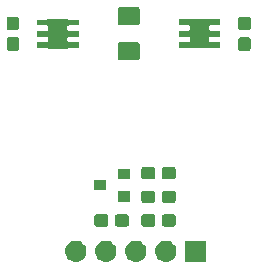
<source format=gbr>
G04 #@! TF.GenerationSoftware,KiCad,Pcbnew,(5.1.0-0)*
G04 #@! TF.CreationDate,2020-01-05T16:35:47-08:00*
G04 #@! TF.ProjectId,sapflow_gauge,73617066-6c6f-4775-9f67-617567652e6b,rev?*
G04 #@! TF.SameCoordinates,Original*
G04 #@! TF.FileFunction,Soldermask,Top*
G04 #@! TF.FilePolarity,Negative*
%FSLAX46Y46*%
G04 Gerber Fmt 4.6, Leading zero omitted, Abs format (unit mm)*
G04 Created by KiCad (PCBNEW (5.1.0-0)) date 2020-01-05 16:35:47*
%MOMM*%
%LPD*%
G04 APERTURE LIST*
%ADD10C,0.100000*%
G04 APERTURE END LIST*
D10*
G36*
X126581000Y-127326001D02*
G01*
X124779000Y-127326001D01*
X124779000Y-125524001D01*
X126581000Y-125524001D01*
X126581000Y-127326001D01*
X126581000Y-127326001D01*
G37*
G36*
X123250443Y-125530520D02*
G01*
X123316627Y-125537038D01*
X123486466Y-125588558D01*
X123642991Y-125672223D01*
X123678729Y-125701553D01*
X123780186Y-125784815D01*
X123863448Y-125886272D01*
X123892778Y-125922010D01*
X123976443Y-126078535D01*
X124027963Y-126248374D01*
X124045359Y-126425001D01*
X124027963Y-126601628D01*
X123976443Y-126771467D01*
X123892778Y-126927992D01*
X123863448Y-126963730D01*
X123780186Y-127065187D01*
X123678729Y-127148449D01*
X123642991Y-127177779D01*
X123486466Y-127261444D01*
X123316627Y-127312964D01*
X123250443Y-127319482D01*
X123184260Y-127326001D01*
X123095740Y-127326001D01*
X123029557Y-127319482D01*
X122963373Y-127312964D01*
X122793534Y-127261444D01*
X122637009Y-127177779D01*
X122601271Y-127148449D01*
X122499814Y-127065187D01*
X122416552Y-126963730D01*
X122387222Y-126927992D01*
X122303557Y-126771467D01*
X122252037Y-126601628D01*
X122234641Y-126425001D01*
X122252037Y-126248374D01*
X122303557Y-126078535D01*
X122387222Y-125922010D01*
X122416552Y-125886272D01*
X122499814Y-125784815D01*
X122601271Y-125701553D01*
X122637009Y-125672223D01*
X122793534Y-125588558D01*
X122963373Y-125537038D01*
X123029557Y-125530520D01*
X123095740Y-125524001D01*
X123184260Y-125524001D01*
X123250443Y-125530520D01*
X123250443Y-125530520D01*
G37*
G36*
X120710443Y-125530520D02*
G01*
X120776627Y-125537038D01*
X120946466Y-125588558D01*
X121102991Y-125672223D01*
X121138729Y-125701553D01*
X121240186Y-125784815D01*
X121323448Y-125886272D01*
X121352778Y-125922010D01*
X121436443Y-126078535D01*
X121487963Y-126248374D01*
X121505359Y-126425001D01*
X121487963Y-126601628D01*
X121436443Y-126771467D01*
X121352778Y-126927992D01*
X121323448Y-126963730D01*
X121240186Y-127065187D01*
X121138729Y-127148449D01*
X121102991Y-127177779D01*
X120946466Y-127261444D01*
X120776627Y-127312964D01*
X120710443Y-127319482D01*
X120644260Y-127326001D01*
X120555740Y-127326001D01*
X120489557Y-127319482D01*
X120423373Y-127312964D01*
X120253534Y-127261444D01*
X120097009Y-127177779D01*
X120061271Y-127148449D01*
X119959814Y-127065187D01*
X119876552Y-126963730D01*
X119847222Y-126927992D01*
X119763557Y-126771467D01*
X119712037Y-126601628D01*
X119694641Y-126425001D01*
X119712037Y-126248374D01*
X119763557Y-126078535D01*
X119847222Y-125922010D01*
X119876552Y-125886272D01*
X119959814Y-125784815D01*
X120061271Y-125701553D01*
X120097009Y-125672223D01*
X120253534Y-125588558D01*
X120423373Y-125537038D01*
X120489557Y-125530520D01*
X120555740Y-125524001D01*
X120644260Y-125524001D01*
X120710443Y-125530520D01*
X120710443Y-125530520D01*
G37*
G36*
X118170443Y-125530520D02*
G01*
X118236627Y-125537038D01*
X118406466Y-125588558D01*
X118562991Y-125672223D01*
X118598729Y-125701553D01*
X118700186Y-125784815D01*
X118783448Y-125886272D01*
X118812778Y-125922010D01*
X118896443Y-126078535D01*
X118947963Y-126248374D01*
X118965359Y-126425001D01*
X118947963Y-126601628D01*
X118896443Y-126771467D01*
X118812778Y-126927992D01*
X118783448Y-126963730D01*
X118700186Y-127065187D01*
X118598729Y-127148449D01*
X118562991Y-127177779D01*
X118406466Y-127261444D01*
X118236627Y-127312964D01*
X118170443Y-127319482D01*
X118104260Y-127326001D01*
X118015740Y-127326001D01*
X117949557Y-127319482D01*
X117883373Y-127312964D01*
X117713534Y-127261444D01*
X117557009Y-127177779D01*
X117521271Y-127148449D01*
X117419814Y-127065187D01*
X117336552Y-126963730D01*
X117307222Y-126927992D01*
X117223557Y-126771467D01*
X117172037Y-126601628D01*
X117154641Y-126425001D01*
X117172037Y-126248374D01*
X117223557Y-126078535D01*
X117307222Y-125922010D01*
X117336552Y-125886272D01*
X117419814Y-125784815D01*
X117521271Y-125701553D01*
X117557009Y-125672223D01*
X117713534Y-125588558D01*
X117883373Y-125537038D01*
X117949557Y-125530520D01*
X118015740Y-125524001D01*
X118104260Y-125524001D01*
X118170443Y-125530520D01*
X118170443Y-125530520D01*
G37*
G36*
X115630443Y-125530520D02*
G01*
X115696627Y-125537038D01*
X115866466Y-125588558D01*
X116022991Y-125672223D01*
X116058729Y-125701553D01*
X116160186Y-125784815D01*
X116243448Y-125886272D01*
X116272778Y-125922010D01*
X116356443Y-126078535D01*
X116407963Y-126248374D01*
X116425359Y-126425001D01*
X116407963Y-126601628D01*
X116356443Y-126771467D01*
X116272778Y-126927992D01*
X116243448Y-126963730D01*
X116160186Y-127065187D01*
X116058729Y-127148449D01*
X116022991Y-127177779D01*
X115866466Y-127261444D01*
X115696627Y-127312964D01*
X115630443Y-127319482D01*
X115564260Y-127326001D01*
X115475740Y-127326001D01*
X115409557Y-127319482D01*
X115343373Y-127312964D01*
X115173534Y-127261444D01*
X115017009Y-127177779D01*
X114981271Y-127148449D01*
X114879814Y-127065187D01*
X114796552Y-126963730D01*
X114767222Y-126927992D01*
X114683557Y-126771467D01*
X114632037Y-126601628D01*
X114614641Y-126425001D01*
X114632037Y-126248374D01*
X114683557Y-126078535D01*
X114767222Y-125922010D01*
X114796552Y-125886272D01*
X114879814Y-125784815D01*
X114981271Y-125701553D01*
X115017009Y-125672223D01*
X115173534Y-125588558D01*
X115343373Y-125537038D01*
X115409557Y-125530520D01*
X115475740Y-125524001D01*
X115564260Y-125524001D01*
X115630443Y-125530520D01*
X115630443Y-125530520D01*
G37*
G36*
X119839499Y-123278445D02*
G01*
X119876995Y-123289820D01*
X119911554Y-123308292D01*
X119941847Y-123333153D01*
X119966708Y-123363446D01*
X119985180Y-123398005D01*
X119996555Y-123435501D01*
X120001000Y-123480638D01*
X120001000Y-124119362D01*
X119996555Y-124164499D01*
X119985180Y-124201995D01*
X119966708Y-124236554D01*
X119941847Y-124266847D01*
X119911554Y-124291708D01*
X119876995Y-124310180D01*
X119839499Y-124321555D01*
X119794362Y-124326000D01*
X119055638Y-124326000D01*
X119010501Y-124321555D01*
X118973005Y-124310180D01*
X118938446Y-124291708D01*
X118908153Y-124266847D01*
X118883292Y-124236554D01*
X118864820Y-124201995D01*
X118853445Y-124164499D01*
X118849000Y-124119362D01*
X118849000Y-123480638D01*
X118853445Y-123435501D01*
X118864820Y-123398005D01*
X118883292Y-123363446D01*
X118908153Y-123333153D01*
X118938446Y-123308292D01*
X118973005Y-123289820D01*
X119010501Y-123278445D01*
X119055638Y-123274000D01*
X119794362Y-123274000D01*
X119839499Y-123278445D01*
X119839499Y-123278445D01*
G37*
G36*
X118089499Y-123278445D02*
G01*
X118126995Y-123289820D01*
X118161554Y-123308292D01*
X118191847Y-123333153D01*
X118216708Y-123363446D01*
X118235180Y-123398005D01*
X118246555Y-123435501D01*
X118251000Y-123480638D01*
X118251000Y-124119362D01*
X118246555Y-124164499D01*
X118235180Y-124201995D01*
X118216708Y-124236554D01*
X118191847Y-124266847D01*
X118161554Y-124291708D01*
X118126995Y-124310180D01*
X118089499Y-124321555D01*
X118044362Y-124326000D01*
X117305638Y-124326000D01*
X117260501Y-124321555D01*
X117223005Y-124310180D01*
X117188446Y-124291708D01*
X117158153Y-124266847D01*
X117133292Y-124236554D01*
X117114820Y-124201995D01*
X117103445Y-124164499D01*
X117099000Y-124119362D01*
X117099000Y-123480638D01*
X117103445Y-123435501D01*
X117114820Y-123398005D01*
X117133292Y-123363446D01*
X117158153Y-123333153D01*
X117188446Y-123308292D01*
X117223005Y-123289820D01*
X117260501Y-123278445D01*
X117305638Y-123274000D01*
X118044362Y-123274000D01*
X118089499Y-123278445D01*
X118089499Y-123278445D01*
G37*
G36*
X122064499Y-123278445D02*
G01*
X122101995Y-123289820D01*
X122136554Y-123308292D01*
X122166847Y-123333153D01*
X122191708Y-123363446D01*
X122210180Y-123398005D01*
X122221555Y-123435501D01*
X122226000Y-123480638D01*
X122226000Y-124119362D01*
X122221555Y-124164499D01*
X122210180Y-124201995D01*
X122191708Y-124236554D01*
X122166847Y-124266847D01*
X122136554Y-124291708D01*
X122101995Y-124310180D01*
X122064499Y-124321555D01*
X122019362Y-124326000D01*
X121280638Y-124326000D01*
X121235501Y-124321555D01*
X121198005Y-124310180D01*
X121163446Y-124291708D01*
X121133153Y-124266847D01*
X121108292Y-124236554D01*
X121089820Y-124201995D01*
X121078445Y-124164499D01*
X121074000Y-124119362D01*
X121074000Y-123480638D01*
X121078445Y-123435501D01*
X121089820Y-123398005D01*
X121108292Y-123363446D01*
X121133153Y-123333153D01*
X121163446Y-123308292D01*
X121198005Y-123289820D01*
X121235501Y-123278445D01*
X121280638Y-123274000D01*
X122019362Y-123274000D01*
X122064499Y-123278445D01*
X122064499Y-123278445D01*
G37*
G36*
X123814499Y-123278445D02*
G01*
X123851995Y-123289820D01*
X123886554Y-123308292D01*
X123916847Y-123333153D01*
X123941708Y-123363446D01*
X123960180Y-123398005D01*
X123971555Y-123435501D01*
X123976000Y-123480638D01*
X123976000Y-124119362D01*
X123971555Y-124164499D01*
X123960180Y-124201995D01*
X123941708Y-124236554D01*
X123916847Y-124266847D01*
X123886554Y-124291708D01*
X123851995Y-124310180D01*
X123814499Y-124321555D01*
X123769362Y-124326000D01*
X123030638Y-124326000D01*
X122985501Y-124321555D01*
X122948005Y-124310180D01*
X122913446Y-124291708D01*
X122883153Y-124266847D01*
X122858292Y-124236554D01*
X122839820Y-124201995D01*
X122828445Y-124164499D01*
X122824000Y-124119362D01*
X122824000Y-123480638D01*
X122828445Y-123435501D01*
X122839820Y-123398005D01*
X122858292Y-123363446D01*
X122883153Y-123333153D01*
X122913446Y-123308292D01*
X122948005Y-123289820D01*
X122985501Y-123278445D01*
X123030638Y-123274000D01*
X123769362Y-123274000D01*
X123814499Y-123278445D01*
X123814499Y-123278445D01*
G37*
G36*
X122064499Y-121278445D02*
G01*
X122101995Y-121289820D01*
X122136554Y-121308292D01*
X122166847Y-121333153D01*
X122191708Y-121363446D01*
X122210180Y-121398005D01*
X122221555Y-121435501D01*
X122226000Y-121480638D01*
X122226000Y-122119362D01*
X122221555Y-122164499D01*
X122210180Y-122201995D01*
X122191708Y-122236554D01*
X122166847Y-122266847D01*
X122136554Y-122291708D01*
X122101995Y-122310180D01*
X122064499Y-122321555D01*
X122019362Y-122326000D01*
X121280638Y-122326000D01*
X121235501Y-122321555D01*
X121198005Y-122310180D01*
X121163446Y-122291708D01*
X121133153Y-122266847D01*
X121108292Y-122236554D01*
X121089820Y-122201995D01*
X121078445Y-122164499D01*
X121074000Y-122119362D01*
X121074000Y-121480638D01*
X121078445Y-121435501D01*
X121089820Y-121398005D01*
X121108292Y-121363446D01*
X121133153Y-121333153D01*
X121163446Y-121308292D01*
X121198005Y-121289820D01*
X121235501Y-121278445D01*
X121280638Y-121274000D01*
X122019362Y-121274000D01*
X122064499Y-121278445D01*
X122064499Y-121278445D01*
G37*
G36*
X123814499Y-121278445D02*
G01*
X123851995Y-121289820D01*
X123886554Y-121308292D01*
X123916847Y-121333153D01*
X123941708Y-121363446D01*
X123960180Y-121398005D01*
X123971555Y-121435501D01*
X123976000Y-121480638D01*
X123976000Y-122119362D01*
X123971555Y-122164499D01*
X123960180Y-122201995D01*
X123941708Y-122236554D01*
X123916847Y-122266847D01*
X123886554Y-122291708D01*
X123851995Y-122310180D01*
X123814499Y-122321555D01*
X123769362Y-122326000D01*
X123030638Y-122326000D01*
X122985501Y-122321555D01*
X122948005Y-122310180D01*
X122913446Y-122291708D01*
X122883153Y-122266847D01*
X122858292Y-122236554D01*
X122839820Y-122201995D01*
X122828445Y-122164499D01*
X122824000Y-122119362D01*
X122824000Y-121480638D01*
X122828445Y-121435501D01*
X122839820Y-121398005D01*
X122858292Y-121363446D01*
X122883153Y-121333153D01*
X122913446Y-121308292D01*
X122948005Y-121289820D01*
X122985501Y-121278445D01*
X123030638Y-121274000D01*
X123769362Y-121274000D01*
X123814499Y-121278445D01*
X123814499Y-121278445D01*
G37*
G36*
X120101000Y-122221000D02*
G01*
X119099000Y-122221000D01*
X119099000Y-121319000D01*
X120101000Y-121319000D01*
X120101000Y-122221000D01*
X120101000Y-122221000D01*
G37*
G36*
X118101000Y-121271000D02*
G01*
X117099000Y-121271000D01*
X117099000Y-120369000D01*
X118101000Y-120369000D01*
X118101000Y-121271000D01*
X118101000Y-121271000D01*
G37*
G36*
X123814499Y-119278445D02*
G01*
X123851995Y-119289820D01*
X123886554Y-119308292D01*
X123916847Y-119333153D01*
X123941708Y-119363446D01*
X123960180Y-119398005D01*
X123971555Y-119435501D01*
X123976000Y-119480638D01*
X123976000Y-120119362D01*
X123971555Y-120164499D01*
X123960180Y-120201995D01*
X123941708Y-120236554D01*
X123916847Y-120266847D01*
X123886554Y-120291708D01*
X123851995Y-120310180D01*
X123814499Y-120321555D01*
X123769362Y-120326000D01*
X123030638Y-120326000D01*
X122985501Y-120321555D01*
X122948005Y-120310180D01*
X122913446Y-120291708D01*
X122883153Y-120266847D01*
X122858292Y-120236554D01*
X122839820Y-120201995D01*
X122828445Y-120164499D01*
X122824000Y-120119362D01*
X122824000Y-119480638D01*
X122828445Y-119435501D01*
X122839820Y-119398005D01*
X122858292Y-119363446D01*
X122883153Y-119333153D01*
X122913446Y-119308292D01*
X122948005Y-119289820D01*
X122985501Y-119278445D01*
X123030638Y-119274000D01*
X123769362Y-119274000D01*
X123814499Y-119278445D01*
X123814499Y-119278445D01*
G37*
G36*
X122064499Y-119278445D02*
G01*
X122101995Y-119289820D01*
X122136554Y-119308292D01*
X122166847Y-119333153D01*
X122191708Y-119363446D01*
X122210180Y-119398005D01*
X122221555Y-119435501D01*
X122226000Y-119480638D01*
X122226000Y-120119362D01*
X122221555Y-120164499D01*
X122210180Y-120201995D01*
X122191708Y-120236554D01*
X122166847Y-120266847D01*
X122136554Y-120291708D01*
X122101995Y-120310180D01*
X122064499Y-120321555D01*
X122019362Y-120326000D01*
X121280638Y-120326000D01*
X121235501Y-120321555D01*
X121198005Y-120310180D01*
X121163446Y-120291708D01*
X121133153Y-120266847D01*
X121108292Y-120236554D01*
X121089820Y-120201995D01*
X121078445Y-120164499D01*
X121074000Y-120119362D01*
X121074000Y-119480638D01*
X121078445Y-119435501D01*
X121089820Y-119398005D01*
X121108292Y-119363446D01*
X121133153Y-119333153D01*
X121163446Y-119308292D01*
X121198005Y-119289820D01*
X121235501Y-119278445D01*
X121280638Y-119274000D01*
X122019362Y-119274000D01*
X122064499Y-119278445D01*
X122064499Y-119278445D01*
G37*
G36*
X120101000Y-120321000D02*
G01*
X119099000Y-120321000D01*
X119099000Y-119419000D01*
X120101000Y-119419000D01*
X120101000Y-120321000D01*
X120101000Y-120321000D01*
G37*
G36*
X120775562Y-108723181D02*
G01*
X120810481Y-108733774D01*
X120842663Y-108750976D01*
X120870873Y-108774127D01*
X120894024Y-108802337D01*
X120911226Y-108834519D01*
X120921819Y-108869438D01*
X120926000Y-108911895D01*
X120926000Y-110053105D01*
X120921819Y-110095562D01*
X120911226Y-110130481D01*
X120894024Y-110162663D01*
X120870873Y-110190873D01*
X120842663Y-110214024D01*
X120810481Y-110231226D01*
X120775562Y-110241819D01*
X120733105Y-110246000D01*
X119266895Y-110246000D01*
X119224438Y-110241819D01*
X119189519Y-110231226D01*
X119157337Y-110214024D01*
X119129127Y-110190873D01*
X119105976Y-110162663D01*
X119088774Y-110130481D01*
X119078181Y-110095562D01*
X119074000Y-110053105D01*
X119074000Y-108911895D01*
X119078181Y-108869438D01*
X119088774Y-108834519D01*
X119105976Y-108802337D01*
X119129127Y-108774127D01*
X119157337Y-108750976D01*
X119189519Y-108733774D01*
X119224438Y-108723181D01*
X119266895Y-108719000D01*
X120733105Y-108719000D01*
X120775562Y-108723181D01*
X120775562Y-108723181D01*
G37*
G36*
X110564499Y-108298445D02*
G01*
X110601995Y-108309820D01*
X110636554Y-108328292D01*
X110666847Y-108353153D01*
X110691708Y-108383446D01*
X110710180Y-108418005D01*
X110721555Y-108455501D01*
X110726000Y-108500638D01*
X110726000Y-109239362D01*
X110721555Y-109284499D01*
X110710180Y-109321995D01*
X110691708Y-109356554D01*
X110666847Y-109386847D01*
X110636554Y-109411708D01*
X110601995Y-109430180D01*
X110564499Y-109441555D01*
X110519362Y-109446000D01*
X109880638Y-109446000D01*
X109835501Y-109441555D01*
X109798005Y-109430180D01*
X109763446Y-109411708D01*
X109733153Y-109386847D01*
X109708292Y-109356554D01*
X109689820Y-109321995D01*
X109678445Y-109284499D01*
X109674000Y-109239362D01*
X109674000Y-108500638D01*
X109678445Y-108455501D01*
X109689820Y-108418005D01*
X109708292Y-108383446D01*
X109733153Y-108353153D01*
X109763446Y-108328292D01*
X109798005Y-108309820D01*
X109835501Y-108298445D01*
X109880638Y-108294000D01*
X110519362Y-108294000D01*
X110564499Y-108298445D01*
X110564499Y-108298445D01*
G37*
G36*
X130164499Y-108298445D02*
G01*
X130201995Y-108309820D01*
X130236554Y-108328292D01*
X130266847Y-108353153D01*
X130291708Y-108383446D01*
X130310180Y-108418005D01*
X130321555Y-108455501D01*
X130326000Y-108500638D01*
X130326000Y-109239362D01*
X130321555Y-109284499D01*
X130310180Y-109321995D01*
X130291708Y-109356554D01*
X130266847Y-109386847D01*
X130236554Y-109411708D01*
X130201995Y-109430180D01*
X130164499Y-109441555D01*
X130119362Y-109446000D01*
X129480638Y-109446000D01*
X129435501Y-109441555D01*
X129398005Y-109430180D01*
X129363446Y-109411708D01*
X129333153Y-109386847D01*
X129308292Y-109356554D01*
X129289820Y-109321995D01*
X129278445Y-109284499D01*
X129274000Y-109239362D01*
X129274000Y-108500638D01*
X129278445Y-108455501D01*
X129289820Y-108418005D01*
X129308292Y-108383446D01*
X129333153Y-108353153D01*
X129363446Y-108328292D01*
X129398005Y-108309820D01*
X129435501Y-108298445D01*
X129480638Y-108294000D01*
X130119362Y-108294000D01*
X130164499Y-108298445D01*
X130164499Y-108298445D01*
G37*
G36*
X114837611Y-106762389D02*
G01*
X114856553Y-106777934D01*
X114878164Y-106789485D01*
X114901613Y-106796598D01*
X114925999Y-106799000D01*
X115751000Y-106799000D01*
X115751000Y-107301000D01*
X114925999Y-107301000D01*
X114901613Y-107303402D01*
X114878164Y-107310515D01*
X114856553Y-107322066D01*
X114837611Y-107337611D01*
X114822066Y-107356553D01*
X114810515Y-107378164D01*
X114803402Y-107401613D01*
X114801000Y-107425999D01*
X114801000Y-107624001D01*
X114803402Y-107648387D01*
X114810515Y-107671836D01*
X114822066Y-107693447D01*
X114837611Y-107712389D01*
X114856553Y-107727934D01*
X114878164Y-107739485D01*
X114901613Y-107746598D01*
X114925999Y-107749000D01*
X115751000Y-107749000D01*
X115751000Y-108251000D01*
X114925999Y-108251000D01*
X114901613Y-108253402D01*
X114878164Y-108260515D01*
X114856553Y-108272066D01*
X114837611Y-108287611D01*
X114822066Y-108306553D01*
X114810515Y-108328164D01*
X114803402Y-108351613D01*
X114801000Y-108375999D01*
X114801000Y-108574001D01*
X114803402Y-108598387D01*
X114810515Y-108621836D01*
X114822066Y-108643447D01*
X114837611Y-108662389D01*
X114856553Y-108677934D01*
X114878164Y-108689485D01*
X114901613Y-108696598D01*
X114925999Y-108699000D01*
X115751000Y-108699000D01*
X115751000Y-109201000D01*
X114925999Y-109201000D01*
X114901613Y-109203402D01*
X114878164Y-109210515D01*
X114856553Y-109222066D01*
X114837611Y-109237611D01*
X114826623Y-109251000D01*
X113173377Y-109251000D01*
X113162389Y-109237611D01*
X113143447Y-109222066D01*
X113121836Y-109210515D01*
X113098387Y-109203402D01*
X113074001Y-109201000D01*
X112249000Y-109201000D01*
X112249000Y-108699000D01*
X113074001Y-108699000D01*
X113098387Y-108696598D01*
X113121836Y-108689485D01*
X113143447Y-108677934D01*
X113162389Y-108662389D01*
X113177934Y-108643447D01*
X113189485Y-108621836D01*
X113196598Y-108598387D01*
X113199000Y-108574001D01*
X113199000Y-108375999D01*
X113196598Y-108351613D01*
X113189485Y-108328164D01*
X113177934Y-108306553D01*
X113162389Y-108287611D01*
X113143447Y-108272066D01*
X113121836Y-108260515D01*
X113098387Y-108253402D01*
X113074001Y-108251000D01*
X112249000Y-108251000D01*
X112249000Y-107749000D01*
X113074001Y-107749000D01*
X113098387Y-107746598D01*
X113121836Y-107739485D01*
X113143447Y-107727934D01*
X113162389Y-107712389D01*
X113177934Y-107693447D01*
X113189485Y-107671836D01*
X113196598Y-107648387D01*
X113199000Y-107624001D01*
X113199000Y-107425999D01*
X113196598Y-107401613D01*
X113189485Y-107378164D01*
X113177934Y-107356553D01*
X113162389Y-107337611D01*
X113143447Y-107322066D01*
X113121836Y-107310515D01*
X113098387Y-107303402D01*
X113074001Y-107301000D01*
X112249000Y-107301000D01*
X112249000Y-106799000D01*
X113074001Y-106799000D01*
X113098387Y-106796598D01*
X113121836Y-106789485D01*
X113143447Y-106777934D01*
X113162389Y-106762389D01*
X113173377Y-106749000D01*
X114826623Y-106749000D01*
X114837611Y-106762389D01*
X114837611Y-106762389D01*
G37*
G36*
X126837611Y-106752389D02*
G01*
X126856553Y-106767934D01*
X126878164Y-106779485D01*
X126901613Y-106786598D01*
X126925999Y-106789000D01*
X127751000Y-106789000D01*
X127751000Y-107291000D01*
X126925999Y-107291000D01*
X126901613Y-107293402D01*
X126878164Y-107300515D01*
X126856553Y-107312066D01*
X126837611Y-107327611D01*
X126822066Y-107346553D01*
X126810515Y-107368164D01*
X126803402Y-107391613D01*
X126801000Y-107415999D01*
X126801000Y-107614001D01*
X126803402Y-107638387D01*
X126810515Y-107661836D01*
X126822066Y-107683447D01*
X126837611Y-107702389D01*
X126856553Y-107717934D01*
X126878164Y-107729485D01*
X126901613Y-107736598D01*
X126925999Y-107739000D01*
X127751000Y-107739000D01*
X127751000Y-108241000D01*
X126925999Y-108241000D01*
X126901613Y-108243402D01*
X126878164Y-108250515D01*
X126856553Y-108262066D01*
X126837611Y-108277611D01*
X126822066Y-108296553D01*
X126810515Y-108318164D01*
X126803402Y-108341613D01*
X126801000Y-108365999D01*
X126801000Y-108564001D01*
X126803402Y-108588387D01*
X126810515Y-108611836D01*
X126822066Y-108633447D01*
X126837611Y-108652389D01*
X126856553Y-108667934D01*
X126878164Y-108679485D01*
X126901613Y-108686598D01*
X126925999Y-108689000D01*
X127751000Y-108689000D01*
X127751000Y-109191000D01*
X126925999Y-109191000D01*
X126901613Y-109193402D01*
X126878164Y-109200515D01*
X126856553Y-109212066D01*
X126837611Y-109227611D01*
X126826623Y-109241000D01*
X125173377Y-109241000D01*
X125162389Y-109227611D01*
X125143447Y-109212066D01*
X125121836Y-109200515D01*
X125098387Y-109193402D01*
X125074001Y-109191000D01*
X124249000Y-109191000D01*
X124249000Y-108689000D01*
X125074001Y-108689000D01*
X125098387Y-108686598D01*
X125121836Y-108679485D01*
X125143447Y-108667934D01*
X125162389Y-108652389D01*
X125177934Y-108633447D01*
X125189485Y-108611836D01*
X125196598Y-108588387D01*
X125199000Y-108564001D01*
X125199000Y-108365999D01*
X125196598Y-108341613D01*
X125189485Y-108318164D01*
X125177934Y-108296553D01*
X125162389Y-108277611D01*
X125143447Y-108262066D01*
X125121836Y-108250515D01*
X125098387Y-108243402D01*
X125074001Y-108241000D01*
X124249000Y-108241000D01*
X124249000Y-107739000D01*
X125074001Y-107739000D01*
X125098387Y-107736598D01*
X125121836Y-107729485D01*
X125143447Y-107717934D01*
X125162389Y-107702389D01*
X125177934Y-107683447D01*
X125189485Y-107661836D01*
X125196598Y-107638387D01*
X125199000Y-107614001D01*
X125199000Y-107415999D01*
X125196598Y-107391613D01*
X125189485Y-107368164D01*
X125177934Y-107346553D01*
X125162389Y-107327611D01*
X125143447Y-107312066D01*
X125121836Y-107300515D01*
X125098387Y-107293402D01*
X125074001Y-107291000D01*
X124249000Y-107291000D01*
X124249000Y-106789000D01*
X125074001Y-106789000D01*
X125098387Y-106786598D01*
X125121836Y-106779485D01*
X125143447Y-106767934D01*
X125162389Y-106752389D01*
X125173377Y-106739000D01*
X126826623Y-106739000D01*
X126837611Y-106752389D01*
X126837611Y-106752389D01*
G37*
G36*
X110564499Y-106548445D02*
G01*
X110601995Y-106559820D01*
X110636554Y-106578292D01*
X110666847Y-106603153D01*
X110691708Y-106633446D01*
X110710180Y-106668005D01*
X110721555Y-106705501D01*
X110726000Y-106750638D01*
X110726000Y-107489362D01*
X110721555Y-107534499D01*
X110710180Y-107571995D01*
X110691708Y-107606554D01*
X110666847Y-107636847D01*
X110636554Y-107661708D01*
X110601995Y-107680180D01*
X110564499Y-107691555D01*
X110519362Y-107696000D01*
X109880638Y-107696000D01*
X109835501Y-107691555D01*
X109798005Y-107680180D01*
X109763446Y-107661708D01*
X109733153Y-107636847D01*
X109708292Y-107606554D01*
X109689820Y-107571995D01*
X109678445Y-107534499D01*
X109674000Y-107489362D01*
X109674000Y-106750638D01*
X109678445Y-106705501D01*
X109689820Y-106668005D01*
X109708292Y-106633446D01*
X109733153Y-106603153D01*
X109763446Y-106578292D01*
X109798005Y-106559820D01*
X109835501Y-106548445D01*
X109880638Y-106544000D01*
X110519362Y-106544000D01*
X110564499Y-106548445D01*
X110564499Y-106548445D01*
G37*
G36*
X130164499Y-106548445D02*
G01*
X130201995Y-106559820D01*
X130236554Y-106578292D01*
X130266847Y-106603153D01*
X130291708Y-106633446D01*
X130310180Y-106668005D01*
X130321555Y-106705501D01*
X130326000Y-106750638D01*
X130326000Y-107489362D01*
X130321555Y-107534499D01*
X130310180Y-107571995D01*
X130291708Y-107606554D01*
X130266847Y-107636847D01*
X130236554Y-107661708D01*
X130201995Y-107680180D01*
X130164499Y-107691555D01*
X130119362Y-107696000D01*
X129480638Y-107696000D01*
X129435501Y-107691555D01*
X129398005Y-107680180D01*
X129363446Y-107661708D01*
X129333153Y-107636847D01*
X129308292Y-107606554D01*
X129289820Y-107571995D01*
X129278445Y-107534499D01*
X129274000Y-107489362D01*
X129274000Y-106750638D01*
X129278445Y-106705501D01*
X129289820Y-106668005D01*
X129308292Y-106633446D01*
X129333153Y-106603153D01*
X129363446Y-106578292D01*
X129398005Y-106559820D01*
X129435501Y-106548445D01*
X129480638Y-106544000D01*
X130119362Y-106544000D01*
X130164499Y-106548445D01*
X130164499Y-106548445D01*
G37*
G36*
X120775562Y-105748181D02*
G01*
X120810481Y-105758774D01*
X120842663Y-105775976D01*
X120870873Y-105799127D01*
X120894024Y-105827337D01*
X120911226Y-105859519D01*
X120921819Y-105894438D01*
X120926000Y-105936895D01*
X120926000Y-107078105D01*
X120921819Y-107120562D01*
X120911226Y-107155481D01*
X120894024Y-107187663D01*
X120870873Y-107215873D01*
X120842663Y-107239024D01*
X120810481Y-107256226D01*
X120775562Y-107266819D01*
X120733105Y-107271000D01*
X119266895Y-107271000D01*
X119224438Y-107266819D01*
X119189519Y-107256226D01*
X119157337Y-107239024D01*
X119129127Y-107215873D01*
X119105976Y-107187663D01*
X119088774Y-107155481D01*
X119078181Y-107120562D01*
X119074000Y-107078105D01*
X119074000Y-105936895D01*
X119078181Y-105894438D01*
X119088774Y-105859519D01*
X119105976Y-105827337D01*
X119129127Y-105799127D01*
X119157337Y-105775976D01*
X119189519Y-105758774D01*
X119224438Y-105748181D01*
X119266895Y-105744000D01*
X120733105Y-105744000D01*
X120775562Y-105748181D01*
X120775562Y-105748181D01*
G37*
M02*

</source>
